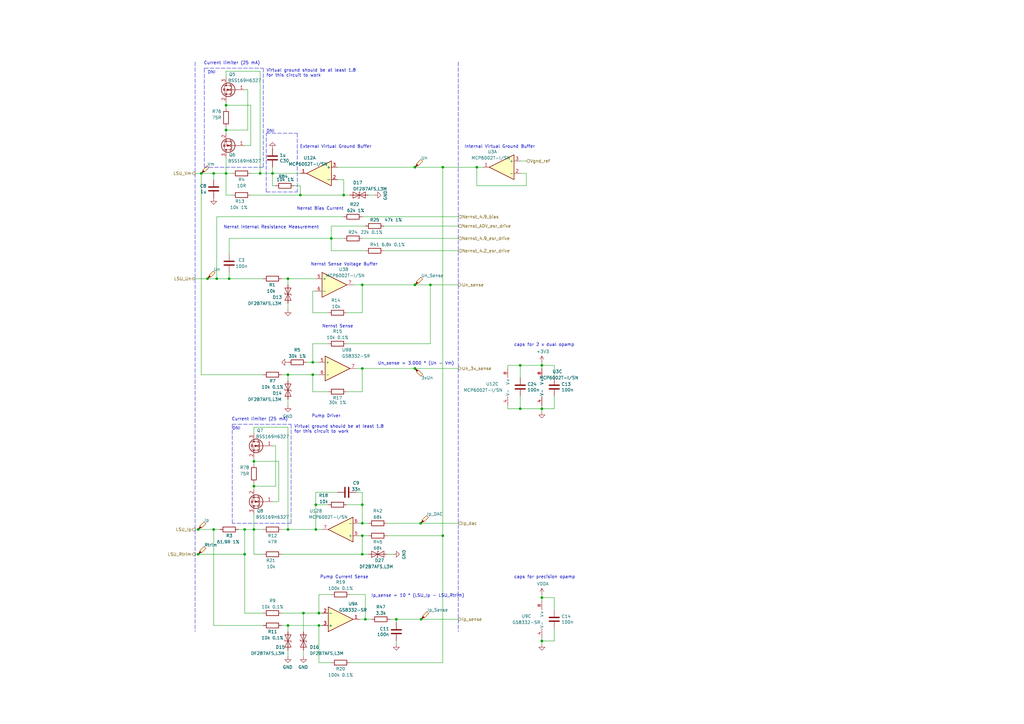
<source format=kicad_sch>
(kicad_sch (version 20211123) (generator eeschema)
  (paper "A3")
  (lib_symbols
    (symbol "Amplifier_Operational:MCP6002-xMS" (pin_names (offset 0.127))
      (property "Reference" "U" (at 0 5.08 0))
      (property "Value" "MCP6002-xMS" (at 0 -5.08 0))
      (symbol "MCP6002-xMS_1_1"
        (polyline (pts (xy -5.08 5.08) (xy 5.08 0) (xy -5.08 -5.08) (xy -5.08 5.08)) (stroke (width 0.254)) (fill (type background)))
        (pin output line (at 7.62 0 180) (length 2.54) (name "~") (number "1"))
        (pin input line (at -7.62 -2.54 0) (length 2.54) (name "-") (number "2"))
        (pin input line (at -7.62 2.54 0) (length 2.54) (name "+") (number "3"))
      )
      (symbol "MCP6002-xMS_2_1"
        (polyline (pts (xy -5.08 5.08) (xy 5.08 0) (xy -5.08 -5.08) (xy -5.08 5.08)) (stroke (width 0.254)) (fill (type background)))
        (pin input line (at -7.62 2.54 0) (length 2.54) (name "+") (number "5"))
        (pin input line (at -7.62 -2.54 0) (length 2.54) (name "-") (number "6"))
        (pin output line (at 7.62 0 180) (length 2.54) (name "~") (number "7"))
      )
      (symbol "MCP6002-xMS_3_1"
        (pin power_in line (at -2.54 -7.62 90) (length 3.81) (name "V-") (number "4"))
        (pin power_in line (at -2.54 7.62 270) (length 3.81) (name "V+") (number "8"))
      )
    )
    (symbol "Amplifier_Operational:TL072" (pin_names (offset 0.127))
      (property "Reference" "U" (at 0 5.08 0))
      (property "Value" "TL072" (at 0 -5.08 0))
      (symbol "TL072_1_1"
        (polyline (pts (xy -5.08 5.08) (xy 5.08 0) (xy -5.08 -5.08) (xy -5.08 5.08)) (stroke (width 0.254)) (fill (type background)))
        (pin output line (at 7.62 0 180) (length 2.54) (name "~") (number "1"))
        (pin input line (at -7.62 -2.54 0) (length 2.54) (name "-") (number "2"))
        (pin input line (at -7.62 2.54 0) (length 2.54) (name "+") (number "3"))
      )
      (symbol "TL072_2_1"
        (polyline (pts (xy -5.08 5.08) (xy 5.08 0) (xy -5.08 -5.08) (xy -5.08 5.08)) (stroke (width 0.254)) (fill (type background)))
        (pin input line (at -7.62 2.54 0) (length 2.54) (name "+") (number "5"))
        (pin input line (at -7.62 -2.54 0) (length 2.54) (name "-") (number "6"))
        (pin output line (at 7.62 0 180) (length 2.54) (name "~") (number "7"))
      )
      (symbol "TL072_3_1"
        (pin power_in line (at -2.54 -7.62 90) (length 3.81) (name "V-") (number "4"))
        (pin power_in line (at -2.54 7.62 270) (length 3.81) (name "V+") (number "8"))
      )
    )
    (symbol "Connector:TestPoint_Probe" (pin_numbers hide) (pin_names (offset 0.762) hide)
      (property "Reference" "TP" (at 1.651 5.842 0))
      (property "Value" "TestPoint_Probe" (at 1.651 4.064 0))
      (symbol "TestPoint_Probe_0_1"
        (polyline (pts (xy 1.27 0.762) (xy 0 0) (xy 0.762 1.27) (xy 1.27 0.762)) (fill (type outline)))
        (polyline (pts (xy 1.397 0.635) (xy 0.635 1.397) (xy 2.413 3.175) (xy 3.175 2.413) (xy 1.397 0.635)) (fill (type background)))
      )
      (symbol "TestPoint_Probe_1_1"
        (pin passive line (at 0 0 90) (length 0) (name "1") (number "1"))
      )
    )
    (symbol "Device:C" (pin_numbers hide) (pin_names (offset 0.254))
      (property "Reference" "C" (at 0.635 2.54 0))
      (property "Value" "C" (at 0.635 -2.54 0))
      (symbol "C_0_1"
        (polyline (pts (xy -2.032 -0.762) (xy 2.032 -0.762)) (stroke (width 0.508)))
        (polyline (pts (xy -2.032 0.762) (xy 2.032 0.762)) (stroke (width 0.508)))
      )
      (symbol "C_1_1"
        (pin passive line (at 0 3.81 270) (length 2.794) (name "~") (number "1"))
        (pin passive line (at 0 -3.81 90) (length 2.794) (name "~") (number "2"))
      )
    )
    (symbol "Device:R" (pin_numbers hide) (pin_names (offset 0))
      (property "Reference" "R" (at 2.032 0 90))
      (property "Value" "R" (at 0 0 90))
      (symbol "R_0_1"
        (rectangle (start -1.016 -2.54) (end 1.016 2.54) (stroke (width 0.254)))
      )
      (symbol "R_1_1"
        (pin passive line (at 0 3.81 270) (length 1.27) (name "~") (number "1"))
        (pin passive line (at 0 -3.81 90) (length 1.27) (name "~") (number "2"))
      )
    )
    (symbol "Diode:ESD9B5.0ST5G" (pin_numbers hide) (pin_names (offset 1.016) hide)
      (property "Reference" "D" (at 0 2.54 0))
      (property "Value" "ESD9B5.0ST5G" (at 0 -2.54 0))
      (symbol "ESD9B5.0ST5G_0_1"
        (polyline (pts (xy 1.27 0) (xy -1.27 0)))
        (polyline (pts (xy -2.54 -1.27) (xy 0 0) (xy -2.54 1.27) (xy -2.54 -1.27)) (stroke (width 0.2032)))
        (polyline (pts (xy 0.508 1.27) (xy 0 1.27) (xy 0 -1.27) (xy -0.508 -1.27)) (stroke (width 0.2032)))
        (polyline (pts (xy 2.54 1.27) (xy 2.54 -1.27) (xy 0 0) (xy 2.54 1.27)) (stroke (width 0.2032)))
      )
      (symbol "ESD9B5.0ST5G_1_1"
        (pin passive line (at -3.81 0 0) (length 2.54) (name "A1") (number "1"))
        (pin passive line (at 3.81 0 180) (length 2.54) (name "A2") (number "2"))
      )
    )
    (symbol "GND_1" (power) (pin_numbers hide) (pin_names (offset 0) hide)
      (property "Value" "GND_1" (at 0 -3.81 0))
      (symbol "GND_1_0_1"
        (polyline (pts (xy 0 0) (xy 0 -1.27) (xy 1.27 -1.27) (xy 0 -2.54) (xy -1.27 -1.27) (xy 0 -1.27)))
      )
      (symbol "GND_1_1_1"
        (pin power_in line (at 0 0 270) (length 0) hide (name "GND") (number "1"))
      )
    )
    (symbol "GND_2" (power) (pin_numbers hide) (pin_names (offset 0) hide)
      (property "Value" "GND_2" (at 0 -3.81 0))
      (symbol "GND_2_0_1"
        (polyline (pts (xy 0 0) (xy 0 -1.27) (xy 1.27 -1.27) (xy 0 -2.54) (xy -1.27 -1.27) (xy 0 -1.27)))
      )
      (symbol "GND_2_1_1"
        (pin power_in line (at 0 0 270) (length 0) hide (name "GND") (number "1"))
      )
    )
    (symbol "GND_3" (power) (pin_numbers hide) (pin_names (offset 0) hide)
      (property "Value" "GND_3" (at 0 -3.81 0))
      (symbol "GND_3_0_1"
        (polyline (pts (xy 0 0) (xy 0 -1.27) (xy 1.27 -1.27) (xy 0 -2.54) (xy -1.27 -1.27) (xy 0 -1.27)))
      )
      (symbol "GND_3_1_1"
        (pin power_in line (at 0 0 270) (length 0) hide (name "GND") (number "1"))
      )
    )
    (symbol "GND_4" (power) (pin_numbers hide) (pin_names (offset 0) hide)
      (property "Value" "GND_4" (at 0 -3.81 0))
      (symbol "GND_4_0_1"
        (polyline (pts (xy 0 0) (xy 0 -1.27) (xy 1.27 -1.27) (xy 0 -2.54) (xy -1.27 -1.27) (xy 0 -1.27)))
      )
      (symbol "GND_4_1_1"
        (pin power_in line (at 0 0 270) (length 0) hide (name "GND") (number "1"))
      )
    )
    (symbol "GND_5" (power) (pin_numbers hide) (pin_names (offset 0) hide)
      (property "Value" "GND_5" (at 0 -3.81 0))
      (symbol "GND_5_0_1"
        (polyline (pts (xy 0 0) (xy 0 -1.27) (xy 1.27 -1.27) (xy 0 -2.54) (xy -1.27 -1.27) (xy 0 -1.27)))
      )
      (symbol "GND_5_1_1"
        (pin power_in line (at 0 0 270) (length 0) hide (name "GND") (number "1"))
      )
    )
    (symbol "GND_6" (power) (pin_numbers hide) (pin_names (offset 0) hide)
      (property "Value" "GND_6" (at 0 -3.81 0))
      (symbol "GND_6_0_1"
        (polyline (pts (xy 0 0) (xy 0 -1.27) (xy 1.27 -1.27) (xy 0 -2.54) (xy -1.27 -1.27) (xy 0 -1.27)))
      )
      (symbol "GND_6_1_1"
        (pin power_in line (at 0 0 270) (length 0) hide (name "GND") (number "1"))
      )
    )
    (symbol "Transistor_FET:BSS123" (pin_names hide)
      (property "Reference" "Q" (at 5.08 1.905 0))
      (property "Value" "BSS123" (at 5.08 0 0))
      (symbol "BSS123_0_1"
        (polyline (pts (xy 0.254 0) (xy -2.54 0)))
        (polyline (pts (xy 0.254 1.905) (xy 0.254 -1.905)) (stroke (width 0.254)))
        (polyline (pts (xy 0.762 -1.27) (xy 0.762 -2.286)) (stroke (width 0.254)))
        (polyline (pts (xy 0.762 0.508) (xy 0.762 -0.508)) (stroke (width 0.254)))
        (polyline (pts (xy 0.762 2.286) (xy 0.762 1.27)) (stroke (width 0.254)))
        (polyline (pts (xy 2.54 2.54) (xy 2.54 1.778)))
        (polyline (pts (xy 2.54 -2.54) (xy 2.54 0) (xy 0.762 0)))
        (polyline (pts (xy 0.762 -1.778) (xy 3.302 -1.778) (xy 3.302 1.778) (xy 0.762 1.778)))
        (polyline (pts (xy 1.016 0) (xy 2.032 0.381) (xy 2.032 -0.381) (xy 1.016 0)) (fill (type outline)))
        (polyline (pts (xy 2.794 0.508) (xy 2.921 0.381) (xy 3.683 0.381) (xy 3.81 0.254)))
        (polyline (pts (xy 3.302 0.381) (xy 2.921 -0.254) (xy 3.683 -0.254) (xy 3.302 0.381)))
        (circle (center 1.651 0) (radius 2.794) (stroke (width 0.254)))
        (circle (center 2.54 -1.778) (radius 0.254) (fill (type outline)))
        (circle (center 2.54 1.778) (radius 0.254) (fill (type outline)))
      )
      (symbol "BSS123_1_1"
        (pin input line (at -5.08 0 0) (length 2.54) (name "G") (number "1"))
        (pin passive line (at 2.54 -5.08 90) (length 2.54) (name "S") (number "2"))
        (pin passive line (at 2.54 5.08 270) (length 2.54) (name "D") (number "3"))
      )
    )
    (symbol "power:+3.3V" (power) (pin_numbers hide) (pin_names (offset 0) hide)
      (property "Value" "+3.3V" (at 0 3.556 0))
      (symbol "+3.3V_0_1"
        (polyline (pts (xy -0.762 1.27) (xy 0 2.54)))
        (polyline (pts (xy 0 0) (xy 0 2.54)))
        (polyline (pts (xy 0 2.54) (xy 0.762 1.27)))
      )
      (symbol "+3.3V_1_1"
        (pin power_in line (at 0 0 90) (length 0) hide (name "+3V3") (number "1"))
      )
    )
    (symbol "power:GND" (power) (pin_numbers hide) (pin_names (offset 0) hide)
      (property "Value" "GND" (at 0 -3.81 0))
      (symbol "GND_0_1"
        (polyline (pts (xy 0 0) (xy 0 -1.27) (xy 1.27 -1.27) (xy 0 -2.54) (xy -1.27 -1.27) (xy 0 -1.27)))
      )
      (symbol "GND_1_1"
        (pin power_in line (at 0 0 270) (length 0) hide (name "GND") (number "1"))
      )
    )
    (symbol "power:VDDA" (power) (pin_numbers hide) (pin_names (offset 0) hide)
      (property "Value" "VDDA" (at 0 3.81 0))
      (symbol "VDDA_0_1"
        (polyline (pts (xy -0.762 1.27) (xy 0 2.54)))
        (polyline (pts (xy 0 0) (xy 0 2.54)))
        (polyline (pts (xy 0 2.54) (xy 0.762 1.27)))
      )
      (symbol "VDDA_1_1"
        (pin power_in line (at 0 0 90) (length 0) hide (name "VDDA") (number "1"))
      )
    )
  )
  (junction (at 104.14 217.17))
  (junction (at 106.68 71.12))
  (junction (at 170.18 151.13))
  (junction (at 130.81 256.54))
  (junction (at 129.54 217.17))
  (junction (at 128.27 148.59))
  (junction (at 148.59 151.13))
  (junction (at 213.36 167.64))
  (junction (at 172.72 254))
  (junction (at 148.59 116.84))
  (junction (at 85.09 114.3))
  (junction (at 104.14 189.23))
  (junction (at 118.11 153.67))
  (junction (at 148.59 207.01))
  (junction (at 140.97 80.01))
  (junction (at 87.63 71.12))
  (junction (at 148.59 214.63))
  (junction (at 123.19 80.01))
  (junction (at 222.25 149.86))
  (junction (at 81.28 217.17))
  (junction (at 87.63 217.17))
  (junction (at 170.18 116.84))
  (junction (at 222.25 245.11))
  (junction (at 170.18 68.58))
  (junction (at 111.76 71.12))
  (junction (at 148.59 219.71))
  (junction (at 148.59 227.33))
  (junction (at 118.11 217.17))
  (junction (at 88.9 114.3))
  (junction (at 135.89 97.79))
  (junction (at 81.28 227.33))
  (junction (at 118.11 114.3))
  (junction (at 162.56 254))
  (junction (at 93.98 114.3))
  (junction (at 222.25 262.89))
  (junction (at 92.71 43.18))
  (junction (at 181.61 219.71))
  (junction (at 130.81 251.46))
  (junction (at 213.36 149.86))
  (junction (at 82.55 71.12))
  (junction (at 222.25 167.64))
  (junction (at 128.27 153.67))
  (junction (at 100.33 217.17))
  (junction (at 172.5164 214.63))
  (junction (at 149.86 254))
  (junction (at 92.71 53.34))
  (junction (at 124.46 251.46))
  (junction (at 195.58 68.58))
  (junction (at 129.54 207.01))
  (junction (at 104.14 199.39))
  (junction (at 181.61 68.58))
  (junction (at 92.71 71.12))
  (junction (at 118.11 256.54))
  (junction (at 176.53 116.84))
  (junction (at 100.33 227.33))
  (no_connect (at -57.15 238.76))
  (polyline (pts (xy 119.38 173.99) (xy 119.38 214.63)))
  (wire (pts (xy 88.9 114.3) (xy 93.98 114.3)))
  (polyline (pts (xy 109.22 78.74) (xy 109.22 54.61)))
  (wire (pts (xy 104.14 227.33) (xy 107.95 227.33)))
  (wire (pts (xy 128.27 119.38) (xy 129.54 119.38)))
  (wire (pts (xy 87.63 71.12) (xy 92.71 71.12)))
  (wire (pts (xy 100.33 59.69) (xy 102.87 59.69)))
  (wire (pts (xy 128.27 140.97) (xy 128.27 148.59)))
  (wire (pts (xy 87.63 256.54) (xy 107.95 256.54)))
  (wire (pts (xy 104.14 175.26) (xy 118.11 175.26)))
  (wire (pts (xy 87.63 217.17) (xy 87.63 256.54)))
  (wire (pts (xy 128.27 160.655) (xy 134.62 160.655)))
  (wire (pts (xy 124.46 251.46) (xy 124.46 259.08)))
  (wire (pts (xy 172.5164 214.63) (xy 158.75 214.63)))
  (polyline (pts (xy 83.82 68.58) (xy 83.82 27.94)))
  (polyline (pts (xy 119.38 214.63) (xy 95.25 214.63)))
  (wire (pts (xy 176.53 116.84) (xy 187.96 116.84)))
  (wire (pts (xy 118.11 153.67) (xy 118.11 156.21)))
  (wire (pts (xy 124.46 266.7) (xy 124.46 269.24)))
  (wire (pts (xy 170.18 151.13) (xy 148.59 151.13)))
  (wire (pts (xy 157.48 92.71) (xy 187.96 92.71)))
  (wire (pts (xy 187.96 97.79) (xy 148.59 97.79)))
  (wire (pts (xy 148.59 160.655) (xy 148.59 151.13)))
  (wire (pts (xy 92.71 31.75) (xy 92.71 29.21)))
  (wire (pts (xy 148.59 151.13) (xy 146.05 151.13)))
  (wire (pts (xy 140.97 80.01) (xy 123.19 80.01)))
  (wire (pts (xy 115.57 217.17) (xy 118.11 217.17)))
  (wire (pts (xy 81.28 217.17) (xy 87.63 217.17)))
  (wire (pts (xy 130.81 251.46) (xy 132.08 251.46)))
  (wire (pts (xy 128.27 153.67) (xy 128.27 160.655)))
  (wire (pts (xy 118.11 114.3) (xy 118.11 116.84)))
  (wire (pts (xy 92.71 53.34) (xy 92.71 52.07)))
  (wire (pts (xy 140.97 80.01) (xy 143.51 80.01)))
  (wire (pts (xy 148.59 214.63) (xy 151.13 214.63)))
  (wire (pts (xy 149.86 243.84) (xy 149.86 254)))
  (wire (pts (xy 222.25 262.89) (xy 222.25 261.62)))
  (wire (pts (xy 162.56 262.89) (xy 162.56 264.16)))
  (wire (pts (xy 92.71 80.01) (xy 92.71 71.12)))
  (wire (pts (xy 111.76 71.12) (xy 123.19 71.12)))
  (wire (pts (xy 143.51 271.78) (xy 181.61 271.78)))
  (wire (pts (xy 227.33 149.86) (xy 227.33 154.94)))
  (wire (pts (xy 227.33 245.11) (xy 227.33 250.19)))
  (wire (pts (xy 92.71 29.21) (xy 106.68 29.21)))
  (wire (pts (xy 118.11 114.3) (xy 129.54 114.3)))
  (wire (pts (xy 135.89 92.71) (xy 149.86 92.71)))
  (wire (pts (xy 118.11 266.7) (xy 118.11 269.24)))
  (wire (pts (xy 176.53 140.97) (xy 176.53 116.84)))
  (wire (pts (xy 148.59 207.01) (xy 148.59 214.63)))
  (wire (pts (xy 88.9 88.9) (xy 88.9 114.3)))
  (wire (pts (xy 92.71 44.45) (xy 92.71 43.18)))
  (wire (pts (xy 80.01 114.3) (xy 85.09 114.3)))
  (wire (pts (xy 130.81 243.84) (xy 130.81 251.46)))
  (wire (pts (xy 128.27 148.59) (xy 130.81 148.59)))
  (wire (pts (xy 118.11 153.67) (xy 115.57 153.67)))
  (wire (pts (xy 222.25 148.59) (xy 222.25 149.86)))
  (wire (pts (xy 215.9 71.12) (xy 215.9 76.2)))
  (wire (pts (xy 93.98 114.3) (xy 93.98 111.76)))
  (wire (pts (xy 222.25 149.86) (xy 227.33 149.86)))
  (wire (pts (xy 118.11 256.54) (xy 130.81 256.54)))
  (wire (pts (xy 170.18 68.58) (xy 181.61 68.58)))
  (wire (pts (xy 208.28 151.13) (xy 208.28 149.86)))
  (wire (pts (xy 227.33 167.64) (xy 227.33 162.56)))
  (wire (pts (xy 106.68 29.21) (xy 106.68 71.12)))
  (wire (pts (xy 92.71 80.01) (xy 95.25 80.01)))
  (wire (pts (xy 114.3 189.23) (xy 104.14 189.23)))
  (wire (pts (xy 130.81 153.67) (xy 128.27 153.67)))
  (wire (pts (xy 130.81 256.54) (xy 132.08 256.54)))
  (wire (pts (xy 172.72 254) (xy 162.56 254)))
  (wire (pts (xy 111.76 71.12) (xy 111.76 76.2)))
  (wire (pts (xy 222.25 264.16) (xy 222.25 262.89)))
  (wire (pts (xy 111.76 68.58) (xy 111.76 71.12)))
  (wire (pts (xy 157.48 102.87) (xy 187.96 102.87)))
  (wire (pts (xy 93.98 97.79) (xy 135.89 97.79)))
  (wire (pts (xy 135.89 243.84) (xy 130.81 243.84)))
  (wire (pts (xy 222.25 243.84) (xy 222.25 245.11)))
  (wire (pts (xy 100.33 36.83) (xy 101.6 36.83)))
  (wire (pts (xy 92.71 64.77) (xy 92.71 71.12)))
  (wire (pts (xy 148.59 227.33) (xy 148.59 219.71)))
  (wire (pts (xy 142.24 160.655) (xy 148.59 160.655)))
  (wire (pts (xy 213.36 66.04) (xy 215.9 66.04)))
  (wire (pts (xy 93.98 104.14) (xy 93.98 97.79)))
  (wire (pts (xy 135.89 102.87) (xy 135.89 97.79)))
  (wire (pts (xy 149.86 254) (xy 147.32 254)))
  (wire (pts (xy 149.86 102.87) (xy 135.89 102.87)))
  (wire (pts (xy 123.19 80.01) (xy 102.87 80.01)))
  (wire (pts (xy 222.25 149.86) (xy 222.25 151.13)))
  (wire (pts (xy 104.14 217.17) (xy 107.95 217.17)))
  (wire (pts (xy 115.57 114.3) (xy 118.11 114.3)))
  (polyline (pts (xy 95.25 214.63) (xy 95.25 173.99)))
  (wire (pts (xy 222.25 168.91) (xy 222.25 167.64)))
  (wire (pts (xy 222.25 167.64) (xy 222.25 166.37)))
  (wire (pts (xy 118.11 163.83) (xy 118.11 166.37)))
  (wire (pts (xy 208.28 166.37) (xy 208.28 167.64)))
  (wire (pts (xy 88.9 114.3) (xy 85.09 114.3)))
  (wire (pts (xy 123.19 76.2) (xy 123.19 80.01)))
  (wire (pts (xy 148.59 116.84) (xy 148.59 128.27)))
  (polyline (pts (xy 109.22 54.61) (xy 121.92 54.61)))
  (wire (pts (xy 213.36 71.12) (xy 215.9 71.12)))
  (wire (pts (xy 82.55 71.12) (xy 87.63 71.12)))
  (wire (pts (xy 115.57 256.54) (xy 118.11 256.54)))
  (wire (pts (xy 104.14 190.5) (xy 104.14 189.23)))
  (wire (pts (xy 115.57 251.46) (xy 124.46 251.46)))
  (wire (pts (xy 82.55 71.12) (xy 82.55 153.67)))
  (wire (pts (xy 128.27 153.67) (xy 118.11 153.67)))
  (wire (pts (xy 100.33 217.17) (xy 100.33 227.33)))
  (wire (pts (xy 142.24 207.01) (xy 148.59 207.01)))
  (wire (pts (xy 148.59 219.71) (xy 147.32 219.71)))
  (wire (pts (xy 80.01 227.33) (xy 81.28 227.33)))
  (wire (pts (xy 148.59 201.93) (xy 148.59 207.01)))
  (wire (pts (xy 208.28 149.86) (xy 213.36 149.86)))
  (wire (pts (xy 128.27 128.27) (xy 128.27 119.38)))
  (wire (pts (xy 115.57 227.33) (xy 148.59 227.33)))
  (wire (pts (xy 118.11 124.46) (xy 118.11 127)))
  (wire (pts (xy 148.59 227.33) (xy 151.13 227.33)))
  (wire (pts (xy 148.59 128.27) (xy 142.24 128.27)))
  (wire (pts (xy 111.76 76.2) (xy 113.03 76.2)))
  (wire (pts (xy 104.14 199.39) (xy 104.14 198.12)))
  (wire (pts (xy 118.11 256.54) (xy 118.11 259.08)))
  (wire (pts (xy 149.86 254) (xy 152.4 254)))
  (wire (pts (xy 129.54 207.01) (xy 134.62 207.01)))
  (wire (pts (xy 101.6 53.34) (xy 92.71 53.34)))
  (wire (pts (xy 104.14 200.66) (xy 104.14 199.39)))
  (wire (pts (xy 213.36 154.94) (xy 213.36 149.86)))
  (wire (pts (xy 181.61 219.71) (xy 181.61 68.58)))
  (wire (pts (xy 129.54 207.01) (xy 129.54 217.17)))
  (wire (pts (xy 101.6 36.83) (xy 101.6 53.34)))
  (wire (pts (xy 148.59 116.84) (xy 170.18 116.84)))
  (wire (pts (xy 104.14 189.23) (xy 104.14 187.96)))
  (wire (pts (xy 198.12 68.58) (xy 195.58 68.58)))
  (wire (pts (xy 138.43 201.93) (xy 129.54 201.93)))
  (wire (pts (xy 170.18 116.84) (xy 176.53 116.84)))
  (wire (pts (xy 134.62 140.97) (xy 128.27 140.97)))
  (wire (pts (xy 138.43 68.58) (xy 170.18 68.58)))
  (wire (pts (xy 195.58 76.2) (xy 195.58 68.58)))
  (wire (pts (xy 134.62 128.27) (xy 128.27 128.27)))
  (wire (pts (xy 213.36 149.86) (xy 222.25 149.86)))
  (wire (pts (xy 148.59 219.71) (xy 151.13 219.71)))
  (wire (pts (xy 93.98 114.3) (xy 107.95 114.3)))
  (polyline (pts (xy 109.22 78.74) (xy 121.92 78.74)))
  (wire (pts (xy 92.71 54.61) (xy 92.71 53.34)))
  (wire (pts (xy 92.71 71.12) (xy 95.25 71.12)))
  (wire (pts (xy 102.87 43.18) (xy 92.71 43.18)))
  (wire (pts (xy 102.87 71.12) (xy 106.68 71.12)))
  (wire (pts (xy 120.65 76.2) (xy 123.19 76.2)))
  (wire (pts (xy 135.89 97.79) (xy 135.89 92.71)))
  (wire (pts (xy 128.27 148.59) (xy 125.73 148.59)))
  (polyline (pts (xy 80.01 25.4) (xy 80.01 259.08)))
  (wire (pts (xy 176.53 140.97) (xy 142.24 140.97)))
  (wire (pts (xy 148.59 88.9) (xy 187.96 88.9)))
  (wire (pts (xy 113.03 199.39) (xy 104.14 199.39)))
  (wire (pts (xy 222.25 167.64) (xy 213.36 167.64)))
  (wire (pts (xy 158.75 227.33) (xy 161.29 227.33)))
  (wire (pts (xy 113.03 182.88) (xy 113.03 199.39)))
  (wire (pts (xy 106.68 71.12) (xy 111.76 71.12)))
  (wire (pts (xy 88.9 88.9) (xy 140.97 88.9)))
  (wire (pts (xy 208.28 167.64) (xy 213.36 167.64)))
  (wire (pts (xy 92.71 43.18) (xy 92.71 41.91)))
  (wire (pts (xy 118.11 217.17) (xy 129.54 217.17)))
  (wire (pts (xy 227.33 262.89) (xy 227.33 257.81)))
  (wire (pts (xy 111.76 205.74) (xy 114.3 205.74)))
  (wire (pts (xy 82.55 153.67) (xy 107.95 153.67)))
  (polyline (pts (xy 121.92 54.61) (xy 121.92 78.74)))
  (polyline (pts (xy 107.95 68.58) (xy 83.82 68.58)))
  (wire (pts (xy 111.76 182.88) (xy 113.03 182.88)))
  (wire (pts (xy 162.56 254) (xy 162.56 255.27)))
  (wire (pts (xy 222.25 262.89) (xy 227.33 262.89)))
  (wire (pts (xy 102.87 59.69) (xy 102.87 43.18)))
  (wire (pts (xy 146.05 201.93) (xy 148.59 201.93)))
  (wire (pts (xy 147.32 214.63) (xy 148.59 214.63)))
  (wire (pts (xy 222.25 245.11) (xy 222.25 246.38)))
  (wire (pts (xy 129.54 217.17) (xy 132.08 217.17)))
  (polyline (pts (xy 107.95 27.94) (xy 107.95 68.58)))
  (wire (pts (xy 97.79 217.17) (xy 100.33 217.17)))
  (wire (pts (xy 158.75 219.71) (xy 181.61 219.71)))
  (wire (pts (xy 213.36 167.64) (xy 213.36 162.56)))
  (polyline (pts (xy 187.96 25.4) (xy 187.96 259.08)))
  (wire (pts (xy 124.46 251.46) (xy 130.81 251.46)))
  (wire (pts (xy 187.96 214.63) (xy 172.5164 214.63)))
  (wire (pts (xy 135.89 271.78) (xy 130.81 271.78)))
  (wire (pts (xy 81.28 227.33) (xy 100.33 227.33)))
  (wire (pts (xy 100.33 251.46) (xy 107.95 251.46)))
  (wire (pts (xy 148.59 116.84) (xy 144.78 116.84)))
  (wire (pts (xy 104.14 177.8) (xy 104.14 175.26)))
  (wire (pts (xy 140.97 73.66) (xy 140.97 80.01)))
  (wire (pts (xy 181.61 68.58) (xy 195.58 68.58)))
  (wire (pts (xy 215.9 76.2) (xy 195.58 76.2)))
  (wire (pts (xy 151.13 80.01) (xy 153.67 80.01)))
  (wire (pts (xy 104.14 217.17) (xy 104.14 227.33)))
  (wire (pts (xy 114.3 205.74) (xy 114.3 189.23)))
  (wire (pts (xy 222.25 245.11) (xy 227.33 245.11)))
  (wire (pts (xy 143.51 243.84) (xy 149.86 243.84)))
  (wire (pts (xy 130.81 256.54) (xy 130.81 271.78)))
  (polyline (pts (xy 95.25 173.99) (xy 119.38 173.99)))
  (wire (pts (xy 87.63 71.12) (xy 87.63 73.66)))
  (wire (pts (xy 181.61 271.78) (xy 181.61 219.71)))
  (polyline (pts (xy 83.82 27.94) (xy 107.95 27.94)))
  (wire (pts (xy 81.28 217.17) (xy 80.01 217.17)))
  (wire (pts (xy 170.18 151.13) (xy 187.96 151.13)))
  (wire (pts (xy 90.17 217.17) (xy 87.63 217.17)))
  (wire (pts (xy 100.33 217.17) (xy 104.14 217.17)))
  (wire (pts (xy 222.25 167.64) (xy 227.33 167.64)))
  (wire (pts (xy 135.89 97.79) (xy 140.97 97.79)))
  (wire (pts (xy 118.11 175.26) (xy 118.11 217.17)))
  (wire (pts (xy 129.54 201.93) (xy 129.54 207.01)))
  (wire (pts (xy 187.96 254) (xy 172.72 254)))
  (wire (pts (xy 80.01 71.12) (xy 82.55 71.12)))
  (wire (pts (xy 104.14 210.82) (xy 104.14 217.17)))
  (wire (pts (xy 138.43 73.66) (xy 140.97 73.66)))
  (wire (pts (xy 160.02 254) (xy 162.56 254)))
  (wire (pts (xy 100.33 227.33) (xy 100.33 251.46)))
  (text "Virtual ground should be at least 1.8\nfor this circuit to work" (at 120.65 177.8 0) (effects (font (size 1.27 1.27)) (justify left bottom)))
  (text "Nernst Sense Voltage Buffer" (at 154.94 109.22 180) (effects (font (size 1.27 1.27)) (justify right bottom)))
  (text "Current limiter (25 mA)" (at 106.68 26.67 180) (effects (font (size 1.27 1.27)) (justify right bottom)))
  (text "Ip_sense = 10 * (LSU_Ip - LSU_Rtrim)" (at 190.5 245.11 180) (effects (font (size 1.27 1.27)) (justify right bottom)))
  (text "caps for 2 x dual opamp" (at 210.82 142.24 0) (effects (font (size 1.27 1.27)) (justify left bottom)))
  (text "Nernst Sense" (at 132.08 134.62 0) (effects (font (size 1.27 1.27)) (justify left bottom)))
  (text "Current limiter (25 mA)" (at 118.11 172.72 180) (effects (font (size 1.27 1.27)) (justify right bottom)))
  (text "Nernst Bias Current" (at 140.97 86.36 180) (effects (font (size 1.27 1.27)) (justify right bottom)))
  (text "DNI" (at 109.22 54.61 0) (effects (font (size 1.27 1.27)) (justify left bottom)))
  (text "DNI" (at 95.25 176.53 0) (effects (font (size 1.27 1.27)) (justify left bottom)))
  (text "Pump Current Sense" (at 151.13 237.49 180) (effects (font (size 1.27 1.27)) (justify right bottom)))
  (text "External Virtual Ground Buffer" (at 152.4 60.96 180) (effects (font (size 1.27 1.27)) (justify right bottom)))
  (text "Internal Virtual Ground Buffer" (at 190.5 60.96 0) (effects (font (size 1.27 1.27)) (justify left bottom)))
  (text "Un_sense = 3.000 * (Un - Vm)" (at 154.94 149.86 0) (effects (font (size 1.27 1.27)) (justify left bottom)))
  (text "Pump Driver" (at 139.7 171.45 180) (effects (font (size 1.27 1.27)) (justify right bottom)))
  (text "Nernst Internal Resistance Measurement" (at 130.81 93.98 180) (effects (font (size 1.27 1.27)) (justify right bottom)))
  (text "DNI" (at 85.09 30.48 0) (effects (font (size 1.27 1.27)) (justify left bottom)))
  (text "caps for precision opamp" (at 210.82 237.49 0) (effects (font (size 1.27 1.27)) (justify left bottom)))
  (text "Virtual ground should be at least 1.8\nfor this circuit to work" (at 109.22 31.75 0) (effects (font (size 1.27 1.27)) (justify left bottom)))
  (hierarchical_label "LSU_Ip" (shape output) (at 80.01 217.17 180))
  (hierarchical_label "Un_sense" (shape output) (at 187.96 116.84 0))
  (hierarchical_label "Ip_sense" (shape output) (at 187.96 254 0))
  (hierarchical_label "Un_3x_sense" (shape output) (at 187.96 151.13 0))
  (hierarchical_label "Nernst_4.2_esr_drive" (shape input) (at 187.96 102.87 0))
  (hierarchical_label "Vgnd_ref" (shape input) (at 215.9 66.04 0))
  (hierarchical_label "Nernst_4.9_bias" (shape input) (at 187.96 88.9 0))
  (hierarchical_label "Ip_dac" (shape input) (at 187.96 214.63 0))
  (hierarchical_label "Nernst_4.9_esr_drive" (shape input) (at 187.96 97.79 0))
  (hierarchical_label "LSU_Un" (shape bidirectional) (at 80.01 114.3 180))
  (hierarchical_label "LSU_Vm" (shape output) (at 80.01 71.12 180))
  (hierarchical_label "LSU_Rtrim" (shape output) (at 80.01 227.33 180))
  (hierarchical_label "Nernst_ADV_esr_drive" (shape input) (at 187.96 92.71 0))
  (symbol (lib_id "Device:R") (at 138.43 128.27 90) (mirror x) (unit 1)
    (property "Reference" "R14" (at 139.7 123.19 90) (effects (justify left)))
    (property "Value" "10k" (at 139.7 125.73 90) (effects (justify left)))
    (property "Footprint" "Resistor_SMD:R_0402_1005Metric" (effects hide))
    (property "LCSC" "C25744" (effects hide))
  )
  (symbol (lib_name "GND_6") (lib_id "power:GND") (at 222.25 264.16 0) (unit 1)
    (property "Reference" "#PWR0104" (effects hide))
    (property "Value" "GND" (effects hide))
  )
  (symbol (lib_id "Diode:ESD9B5.0ST5G") (at 147.32 80.01 0) (unit 1)
    (property "Reference" "D17" (at 144.78 74.93 0) (effects (justify left)))
    (property "Value" "DF2B7AFS,L3M" (at 144.78 77.47 0) (effects (justify left)))
    (property "Footprint" "Diode_SMD:D_SOD-923" (effects hide))
    (property "LCSC" "C1972965" (effects hide))
  )
  (symbol (lib_id "Device:R") (at 153.67 92.71 90) (mirror x) (unit 1)
    (property "Reference" "R25" (at 153.67 90.17 90))
    (property "Value" "47k 1%" (at 161.29 90.17 90))
    (property "Footprint" "Resistor_SMD:R_0603_1608Metric" (effects hide))
    (property "LCSC" "C25819" (effects hide))
  )
  (symbol (lib_id "Device:R") (at 92.71 48.26 0) (mirror x) (unit 1) (in_bom no)
    (property "Reference" "R76" (at 88.9 45.72 0))
    (property "Value" "75R" (at 88.9 48.26 0))
    (property "Footprint" "Resistor_SMD:R_0603_1608Metric" (effects hide))
    (property "LCSC" "C101187" (effects hide))
  )
  (symbol (lib_name "GND_1") (lib_id "power:GND") (at 153.67 80.01 90) (mirror x) (unit 1)
    (property "Reference" "#PWR0195" (effects hide))
    (property "Value" "~" (at 158.0642 80.137 0))
  )
  (symbol (lib_id "Connector:TestPoint_Probe") (at 170.18 151.13 0) (mirror x) (unit 1) (in_bom no)
    (property "Reference" "TP5" (effects hide))
    (property "Value" "3xUn" (at 172.72 154.94 0) (effects (justify left)))
    (property "Footprint" "TestPoint:TestPoint_Pad_D1.0mm" (effects hide))
  )
  (symbol (lib_id "Device:R") (at 138.43 207.01 90) (mirror x) (unit 1)
    (property "Reference" "R18" (at 134.62 203.2 90) (effects (justify left)))
    (property "Value" "10k" (at 134.62 205.74 90) (effects (justify left)))
    (property "Footprint" "Resistor_SMD:R_0402_1005Metric" (effects hide))
    (property "LCSC" "C25744" (effects hide))
  )
  (symbol (lib_name "GND_1") (lib_id "power:GND") (at 124.46 269.24 0) (mirror y) (unit 1)
    (property "Reference" "#PWR0198" (effects hide))
    (property "Value" "~" (at 124.333 273.6342 0))
  )
  (symbol (lib_id "Device:R") (at 111.76 251.46 270) (unit 1)
    (property "Reference" "R9" (at 111.76 246.38 90))
    (property "Value" "10k 0.1%" (at 111.76 248.92 90))
    (property "Footprint" "Resistor_SMD:R_0603_1608Metric" (effects hide))
    (property "LCSC" "C309083" (effects hide))
  )
  (symbol (lib_id "Device:R") (at 138.43 160.655 90) (mirror x) (unit 1)
    (property "Reference" "R17" (at 138.43 163.195 90))
    (property "Value" "30k 1%" (at 138.43 165.1 90))
    (property "Footprint" "Resistor_SMD:R_0603_1608Metric" (effects hide))
    (property "LCSC" "C22984" (effects hide))
  )
  (symbol (lib_id "Transistor_FET:BSS123") (at 95.25 59.69 180) (unit 1) (in_bom no)
    (property "Reference" "Q6" (at 95.25 63.5 0))
    (property "Value" "BSS169H6327" (at 100.33 66.04 0))
    (property "Footprint" "Package_TO_SOT_SMD:SOT-23" (effects hide))
    (property "Datasheet" "http://www.diodes.com/assets/Datasheets/ds30366.pdf" (effects hide))
    (property "LCSC" "C83053" (effects hide))
  )
  (symbol (lib_id "Device:R") (at 99.06 71.12 90) (mirror x) (unit 1)
    (property "Reference" "R4" (at 99.06 73.66 90))
    (property "Value" "10R" (at 99.06 76.2 90))
    (property "Footprint" "Resistor_SMD:R_1206_3216Metric" (effects hide))
    (property "LCSC" "C17903" (effects hide))
  )
  (symbol (lib_id "Transistor_FET:BSS123") (at 95.25 36.83 0) (mirror y) (unit 1) (in_bom no)
    (property "Reference" "Q5" (at 95.25 30.48 0))
    (property "Value" "BSS169H6327" (at 100.33 33.02 0))
    (property "Footprint" "Package_TO_SOT_SMD:SOT-23" (effects hide))
    (property "Datasheet" "http://www.diodes.com/assets/Datasheets/ds30366.pdf" (effects hide))
    (property "LCSC" "C83053" (effects hide))
  )
  (symbol (lib_id "Amplifier_Operational:MCP6002-xMS") (at 205.74 68.58 0) (mirror y) (unit 1)
    (property "Reference" "U3" (at 201.93 62.23 0))
    (property "Value" "MCP6002T-I/SN" (at 201.295 64.77 0))
    (property "Footprint" "Package_SO:SOIC-8_3.9x4.9mm_P1.27mm" (effects hide))
    (property "Datasheet" "http://ww1.microchip.com/downloads/en/DeviceDoc/21733j.pdf" (effects hide))
    (property "LCSC" "C50282" (effects hide))
  )
  (symbol (lib_name "GND_1") (lib_id "power:GND") (at 118.11 127 0) (mirror y) (unit 1)
    (property "Reference" "#PWR0196" (effects hide))
    (property "Value" "GND" (effects hide))
  )
  (symbol (lib_id "Device:R") (at 121.92 148.59 90) (mirror x) (unit 1)
    (property "Reference" "R5" (at 121.92 143.51 90))
    (property "Value" "30k 1%" (at 121.92 146.05 90))
    (property "Footprint" "Resistor_SMD:R_0603_1608Metric" (effects hide))
    (property "LCSC" "C22984" (effects hide))
  )
  (symbol (lib_id "Device:R") (at 154.94 214.63 270) (mirror x) (unit 1)
    (property "Reference" "R42" (at 154.94 209.55 90))
    (property "Value" "68k" (at 154.94 212.09 90))
    (property "Footprint" "Resistor_SMD:R_0402_1005Metric" (effects hide))
    (property "LCSC" "C36871" (effects hide))
  )
  (symbol (lib_id "Diode:ESD9B5.0ST5G") (at 124.46 262.89 270) (unit 1)
    (property "Reference" "D16" (at 127 265.43 90) (effects (justify left)))
    (property "Value" "DF2B7AFS,L3M" (at 127 267.97 90) (effects (justify left)))
    (property "Footprint" "Diode_SMD:D_SOD-923" (effects hide))
    (property "LCSC" "C1972965" (effects hide))
  )
  (symbol (lib_id "Diode:ESD9B5.0ST5G") (at 118.11 160.02 270) (unit 1)
    (property "Reference" "D14" (at 111.76 161.29 90) (effects (justify left)))
    (property "Value" "DF2B7AFS,L3M" (at 101.6 163.83 90) (effects (justify left)))
    (property "Footprint" "Diode_SMD:D_SOD-923" (effects hide))
    (property "LCSC" "C1972965" (effects hide))
  )
  (symbol (lib_id "Device:R") (at 138.43 140.97 90) (mirror x) (unit 1)
    (property "Reference" "R15" (at 138.43 135.89 90))
    (property "Value" "10k 0.1%" (at 138.43 138.43 90))
    (property "Footprint" "Resistor_SMD:R_0603_1608Metric" (effects hide))
    (property "LCSC" "C309083" (effects hide))
  )
  (symbol (lib_name "GND_5") (lib_id "power:GND") (at 162.56 264.16 0) (mirror y) (unit 1)
    (property "Reference" "#PWR0125" (effects hide))
    (property "Value" "GND" (effects hide))
  )
  (symbol (lib_id "Diode:ESD9B5.0ST5G") (at 118.11 262.89 270) (unit 1)
    (property "Reference" "D15" (at 113.03 265.43 90) (effects (justify left)))
    (property "Value" "DF2B7AFS,L3M" (at 102.87 267.97 90) (effects (justify left)))
    (property "Footprint" "Diode_SMD:D_SOD-923" (effects hide))
    (property "LCSC" "C1972965" (effects hide))
  )
  (symbol (lib_id "Transistor_FET:BSS123") (at 106.68 205.74 180) (unit 1) (in_bom no)
    (property "Reference" "Q8" (at 106.68 209.55 0))
    (property "Value" "BSS169H6327" (at 111.76 212.09 0))
    (property "Footprint" "Package_TO_SOT_SMD:SOT-23" (effects hide))
    (property "Datasheet" "http://www.diodes.com/assets/Datasheets/ds30366.pdf" (effects hide))
    (property "LCSC" "C83053" (effects hide))
  )
  (symbol (lib_id "Device:R") (at 153.67 102.87 90) (mirror x) (unit 1)
    (property "Reference" "R41" (at 153.67 100.33 90))
    (property "Value" "6.8k 0.1%" (at 161.29 100.33 90))
    (property "Footprint" "Resistor_SMD:R_0603_1608Metric" (effects hide))
    (property "LCSC" "C705876" (effects hide))
  )
  (symbol (lib_id "power:GND") (at 222.25 168.91 0) (unit 1)
    (property "Reference" "#PWR0121" (effects hide))
    (property "Value" "GND" (effects hide))
  )
  (symbol (lib_name "GND_1") (lib_id "power:GND") (at 161.29 227.33 90) (mirror x) (unit 1)
    (property "Reference" "#PWR0208" (effects hide))
    (property "Value" "~" (at 165.6842 227.457 0))
  )
  (symbol (lib_id "Device:R") (at 116.84 76.2 90) (mirror x) (unit 1) (in_bom no)
    (property "Reference" "R84" (at 118.11 72.39 90) (effects (justify left)))
    (property "Value" "10k 1%" (at 120.65 73.66 90) (effects (justify left)))
    (property "Footprint" "Resistor_SMD:R_0402_1005Metric" (effects hide))
    (property "LCSC" "C25744" (effects hide))
  )
  (symbol (lib_id "Device:C") (at 213.36 158.75 0) (unit 1)
    (property "Reference" "C24" (at 216.281 157.5816 0) (effects (justify left)))
    (property "Value" "100n" (at 216.281 159.893 0) (effects (justify left)))
    (property "Footprint" "Capacitor_SMD:C_0402_1005Metric" (effects hide))
    (property "LCSC" "C1525" (effects hide))
  )
  (symbol (lib_id "Connector:TestPoint_Probe") (at 170.18 116.84 0) (unit 1) (in_bom no)
    (property "Reference" "TP3" (effects hide))
    (property "Value" "Un_Sense" (at 172.72 113.03 0) (effects (justify left)))
    (property "Footprint" "TestPoint:TestPoint_Pad_D1.0mm" (effects hide))
  )
  (symbol (lib_id "Amplifier_Operational:MCP6002-xMS") (at 130.81 71.12 0) (mirror y) (unit 1)
    (property "Reference" "U12" (at 127 64.77 0))
    (property "Value" "MCP6002T-I/SN" (at 126.365 67.31 0))
    (property "Footprint" "Package_SO:SOIC-8_3.9x4.9mm_P1.27mm" (effects hide))
    (property "Datasheet" "http://ww1.microchip.com/downloads/en/DeviceDoc/21733j.pdf" (effects hide))
    (property "LCSC" "C50282" (effects hide))
  )
  (symbol (lib_id "Device:C") (at 227.33 254 0) (unit 1)
    (property "Reference" "C14" (at 230.251 252.8316 0) (effects (justify left)))
    (property "Value" "100n" (at 230.251 255.143 0) (effects (justify left)))
    (property "Footprint" "Capacitor_SMD:C_0402_1005Metric" (effects hide))
    (property "LCSC" "C1525" (effects hide))
  )
  (symbol (lib_id "Connector:TestPoint_Probe") (at 81.28 217.17 0) (unit 1) (in_bom no)
    (property "Reference" "TP10" (effects hide))
    (property "Value" "Ip" (at 83.82 213.36 0) (effects (justify left)))
    (property "Footprint" "TestPoint:TestPoint_Pad_D1.0mm" (effects hide))
  )
  (symbol (lib_id "Device:C") (at 111.76 64.77 0) (mirror x) (unit 1) (in_bom no)
    (property "Reference" "C30" (at 114.681 65.9384 0) (effects (justify left)))
    (property "Value" "1u" (at 114.681 63.627 0) (effects (justify left)))
    (property "Footprint" "Capacitor_SMD:C_0402_1005Metric" (effects hide))
    (property "LCSC" "C52923" (effects hide))
  )
  (symbol (lib_id "Device:R") (at 139.7 243.84 270) (unit 1)
    (property "Reference" "R19" (at 139.7 238.76 90))
    (property "Value" "100k 0.1%" (at 139.7 241.3 90))
    (property "Footprint" "Resistor_SMD:R_0603_1608Metric" (effects hide))
    (property "LCSC" "C122538" (effects hide))
  )
  (symbol (lib_name "GND_2") (lib_id "power:GND") (at 87.63 81.28 0) (mirror y) (unit 1)
    (property "Reference" "#PWR0126" (effects hide))
    (property "Value" "GND" (effects hide))
  )
  (symbol (lib_id "Device:R") (at 111.76 153.67 270) (mirror x) (unit 1)
    (property "Reference" "R7" (at 111.76 156.21 90))
    (property "Value" "10k 0.1%" (at 111.76 158.75 90))
    (property "Footprint" "Resistor_SMD:R_0603_1608Metric" (effects hide))
    (property "LCSC" "C309083" (effects hide))
  )
  (symbol (lib_name "GND_3") (lib_id "power:GND") (at 111.76 60.96 0) (mirror x) (unit 1)
    (property "Reference" "#PWR0139" (effects hide))
    (property "Value" "GND" (effects hide))
  )
  (symbol (lib_id "Device:R") (at 144.78 88.9 270) (mirror x) (unit 1)
    (property "Reference" "R22" (at 143.51 83.82 90) (effects (justify left)))
    (property "Value" "62k 1%" (at 142.24 86.36 90) (effects (justify left)))
    (property "Footprint" "Resistor_SMD:R_0603_1608Metric" (effects hide))
    (property "LCSC" "C23221" (effects hide))
  )
  (symbol (lib_id "Diode:ESD9B5.0ST5G") (at 154.94 227.33 0) (unit 1)
    (property "Reference" "D27" (at 153.67 229.87 0) (effects (justify left)))
    (property "Value" "DF2B7AFS,L3M" (at 147.32 232.41 0) (effects (justify left)))
    (property "Footprint" "Diode_SMD:D_SOD-923" (effects hide))
    (property "LCSC" "C1972965" (effects hide))
  )
  (symbol (lib_id "Amplifier_Operational:MCP6002-xMS") (at 205.74 158.75 0) (mirror y) (unit 3)
    (property "Reference" "U12" (at 201.93 157.48 0))
    (property "Value" "MCP6002T-I/SN" (at 198.12 160.02 0))
    (property "Footprint" "Package_SO:SOIC-8_3.9x4.9mm_P1.27mm" (effects hide))
    (property "Datasheet" "http://ww1.microchip.com/downloads/en/DeviceDoc/21733j.pdf" (effects hide))
    (property "LCSC" "C50282" (effects hide))
  )
  (symbol (lib_id "Amplifier_Operational:MCP6002-xMS") (at 224.79 158.75 0) (unit 3)
    (property "Reference" "U3" (at 228.6 152.4 0))
    (property "Value" "MCP6002T-I/SN" (at 229.235 154.94 0))
    (property "Footprint" "Package_SO:SOIC-8_3.9x4.9mm_P1.27mm" (effects hide))
    (property "Datasheet" "http://ww1.microchip.com/downloads/en/DeviceDoc/21733j.pdf" (effects hide))
    (property "LCSC" "C50282" (effects hide))
  )
  (symbol (lib_id "Connector:TestPoint_Probe") (at 170.18 68.58 0) (unit 1) (in_bom no)
    (property "Reference" "TP14" (effects hide))
    (property "Value" "Un" (at 172.72 64.77 0) (effects (justify left)))
    (property "Footprint" "TestPoint:TestPoint_Pad_D1.0mm" (effects hide))
  )
  (symbol (lib_id "Connector:TestPoint_Probe") (at 172.72 254 0) (unit 1) (in_bom no)
    (property "Reference" "TP16" (effects hide))
    (property "Value" "Ip_Sense" (at 175.26 250.19 0) (effects (justify left)))
    (property "Footprint" "TestPoint:TestPoint_Pad_D1.0mm" (effects hide))
  )
  (symbol (lib_id "Device:R") (at 93.98 217.17 270) (unit 1)
    (property "Reference" "R3" (at 92.71 219.71 90) (effects (justify left)))
    (property "Value" "61.9R 1%" (at 88.9 222.25 90) (effects (justify left)))
    (property "Footprint" "Resistor_SMD:R_0805_2012Metric" (effects hide))
    (property "LCSC" "C322537" (effects hide))
  )
  (symbol (lib_name "GND_1") (lib_id "power:GND") (at 118.11 269.24 0) (mirror y) (unit 1)
    (property "Reference" "#PWR0197" (effects hide))
    (property "Value" "~" (at 117.983 273.6342 0))
  )
  (symbol (lib_id "Connector:TestPoint_Probe") (at 85.09 114.3 0) (unit 1) (in_bom no)
    (property "Reference" "TP13" (effects hide))
    (property "Value" "Un" (at 87.63 110.49 0) (effects (justify left)))
    (property "Footprint" "TestPoint:TestPoint_Pad_D1.0mm" (effects hide))
  )
  (symbol (lib_id "Connector:TestPoint_Probe") (at 81.28 227.33 0) (unit 1) (in_bom no)
    (property "Reference" "TP11" (effects hide))
    (property "Value" "Rtrim" (at 83.82 223.52 0) (effects (justify left)))
    (property "Footprint" "TestPoint:TestPoint_Pad_D1.0mm" (effects hide))
  )
  (symbol (lib_id "Device:R") (at 104.14 194.31 0) (mirror x) (unit 1) (in_bom no)
    (property "Reference" "R78" (at 100.33 191.77 0))
    (property "Value" "75R" (at 100.33 194.31 0))
    (property "Footprint" "Resistor_SMD:R_0603_1608Metric" (effects hide))
    (property "LCSC" "C101187" (effects hide))
  )
  (symbol (lib_id "Amplifier_Operational:MCP6002-xMS") (at 139.7 217.17 180) (unit 2)
    (property "Reference" "U12" (at 129.54 209.55 0))
    (property "Value" "MCP6002T-I/SN" (at 134.62 212.09 0))
    (property "Footprint" "Package_SO:SOIC-8_3.9x4.9mm_P1.27mm" (effects hide))
    (property "Datasheet" "http://ww1.microchip.com/downloads/en/DeviceDoc/21733j.pdf" (effects hide))
    (property "LCSC" "C50282" (effects hide))
  )
  (symbol (lib_id "Device:R") (at 144.78 97.79 90) (mirror x) (unit 1)
    (property "Reference" "R24" (at 144.78 95.25 90))
    (property "Value" "22k 0.1%" (at 152.4 95.25 90))
    (property "Footprint" "Resistor_SMD:R_0603_1608Metric" (effects hide))
    (property "LCSC" "C133163" (effects hide))
  )
  (symbol (lib_id "Connector:TestPoint_Probe") (at 82.55 71.12 0) (unit 1) (in_bom no)
    (property "Reference" "TP12" (effects hide))
    (property "Value" "Vm" (at 85.09 67.31 0) (effects (justify left)))
    (property "Footprint" "TestPoint:TestPoint_Pad_D1.0mm" (effects hide))
  )
  (symbol (lib_name "GND_1") (lib_id "power:GND") (at 118.11 166.37 0) (mirror y) (unit 1)
    (property "Reference" "#PWR0194" (effects hide))
    (property "Value" "~" (at 117.983 170.7642 0))
  )
  (symbol (lib_id "power:+3.3V") (at 222.25 148.59 0) (unit 1)
    (property "Reference" "#PWR0105" (effects hide))
    (property "Value" "+3.3V" (at 222.631 144.1958 0))
  )
  (symbol (lib_id "Device:C") (at 87.63 77.47 0) (mirror y) (unit 1)
    (property "Reference" "C8" (at 84.709 76.3016 0) (effects (justify left)))
    (property "Value" "1u" (at 84.709 78.613 0) (effects (justify left)))
    (property "Footprint" "Capacitor_SMD:C_0402_1005Metric" (effects hide))
    (property "LCSC" "C52923" (effects hide))
  )
  (symbol (lib_id "Amplifier_Operational:MCP6002-xMS") (at 137.16 116.84 0) (unit 2)
    (property "Reference" "U3" (at 140.97 110.49 0))
    (property "Value" "MCP6002T-I/SN" (at 141.605 113.03 0))
    (property "Footprint" "Package_SO:SOIC-8_3.9x4.9mm_P1.27mm" (effects hide))
    (property "Datasheet" "http://ww1.microchip.com/downloads/en/DeviceDoc/21733j.pdf" (effects hide))
    (property "LCSC" "C50282" (effects hide))
  )
  (symbol (lib_id "Device:C") (at 93.98 107.95 0) (mirror x) (unit 1)
    (property "Reference" "C3" (at 99.06 106.68 0))
    (property "Value" "100n" (at 99.06 109.22 0))
    (property "Footprint" "Capacitor_SMD:C_0402_1005Metric" (effects hide))
    (property "LCSC" "C1525" (effects hide))
  )
  (symbol (lib_id "Device:R") (at 154.94 219.71 90) (mirror x) (unit 1)
    (property "Reference" "R45" (at 154.94 222.25 90))
    (property "Value" "68k" (at 154.94 224.79 90))
    (property "Footprint" "Resistor_SMD:R_0402_1005Metric" (effects hide))
    (property "LCSC" "C36871" (effects hide))
  )
  (symbol (lib_id "Device:R") (at 111.76 114.3 90) (mirror x) (unit 1)
    (property "Reference" "R1" (at 113.03 116.84 90) (effects (justify left)))
    (property "Value" "10k" (at 113.03 119.38 90) (effects (justify left)))
    (property "Footprint" "Resistor_SMD:R_0402_1005Metric" (effects hide))
    (property "LCSC" "C25744" (effects hide))
  )
  (symbol (lib_id "Device:R") (at 99.06 80.01 90) (mirror x) (unit 1)
    (property "Reference" "R13" (at 100.33 82.55 90) (effects (justify left)))
    (property "Value" "10k 1%" (at 101.6 85.09 90) (effects (justify left)))
    (property "Footprint" "Resistor_SMD:R_0402_1005Metric" (effects hide))
    (property "LCSC" "C25744" (effects hide))
  )
  (symbol (lib_id "Transistor_FET:BSS123") (at 106.68 182.88 0) (mirror y) (unit 1) (in_bom no)
    (property "Reference" "Q7" (at 106.68 176.53 0))
    (property "Value" "BSS169H6327" (at 111.76 179.07 0))
    (property "Footprint" "Package_TO_SOT_SMD:SOT-23" (effects hide))
    (property "Datasheet" "http://www.diodes.com/assets/Datasheets/ds30366.pdf" (effects hide))
    (property "LCSC" "C83053" (effects hide))
  )
  (symbol (lib_id "power:VDDA") (at 222.25 243.84 0) (unit 1)
    (property "Reference" "#PWR0122" (effects hide))
    (property "Value" "VDDA" (at 222.631 239.4458 0))
  )
  (symbol (lib_id "Device:C") (at 162.56 259.08 0) (mirror y) (unit 1)
    (property "Reference" "C11" (at 159.639 257.9116 0) (effects (justify left)))
    (property "Value" "100n" (at 159.639 260.223 0) (effects (justify left)))
    (property "Footprint" "Capacitor_SMD:C_0402_1005Metric" (effects hide))
    (property "LCSC" "C1525" (effects hide))
  )
  (symbol (lib_id "Device:R") (at 139.7 271.78 90) (unit 1)
    (property "Reference" "R20" (at 139.7 274.32 90))
    (property "Value" "100k 0.1%" (at 139.7 276.86 90))
    (property "Footprint" "Resistor_SMD:R_0603_1608Metric" (effects hide))
    (property "LCSC" "C122538" (effects hide))
  )
  (symbol (lib_id "Device:C") (at 227.33 158.75 0) (unit 1)
    (property "Reference" "C13" (at 230.251 157.5816 0) (effects (justify left)))
    (property "Value" "100n" (at 230.251 159.893 0) (effects (justify left)))
    (property "Footprint" "Capacitor_SMD:C_0402_1005Metric" (effects hide))
    (property "LCSC" "C1525" (effects hide))
  )
  (symbol (lib_id "Connector:TestPoint_Probe") (at 172.5164 214.63 0) (unit 1) (in_bom no)
    (property "Reference" "TP15" (effects hide))
    (property "Value" "Ip_DAC" (at 175.0564 210.82 0) (effects (justify left)))
    (property "Footprint" "TestPoint:TestPoint_Pad_D1.0mm" (effects hide))
  )
  (symbol (lib_id "Device:R") (at 111.76 256.54 270) (unit 1)
    (property "Reference" "R11" (at 111.76 259.08 90))
    (property "Value" "10k 0.1%" (at 111.76 261.62 90))
    (property "Footprint" "Resistor_SMD:R_0603_1608Metric" (effects hide))
    (property "LCSC" "C309083" (effects hide))
  )
  (symbol (lib_id "Device:R") (at 111.76 217.17 90) (mirror x) (unit 1)
    (property "Reference" "R12" (at 111.76 219.71 90))
    (property "Value" "47R" (at 111.76 222.25 90))
    (property "Footprint" "Resistor_SMD:R_0603_1608Metric" (effects hide))
    (property "LCSC" "C328363" (effects hide))
  )
  (symbol (lib_id "Amplifier_Operational:TL072") (at 139.7 254 0) (mirror x) (unit 1)
    (property "Reference" "U9" (at 144.78 247.65 0))
    (property "Value" "GS8332-SR" (at 144.78 250.19 0))
    (property "Footprint" "Package_SO:SOIC-8_3.9x4.9mm_P1.27mm" (effects hide))
    (property "Datasheet" "http://www.ti.com/lit/ds/symlink/tl071.pdf" (effects hide))
    (property "LCSC" "C157713" (effects hide))
  )
  (symbol (lib_id "Amplifier_Operational:TL072") (at 224.79 254 0) (unit 3)
    (property "Reference" "U9" (at 215.9 252.73 0))
    (property "Value" "GS8332-SR" (at 215.9 255.27 0))
    (property "Footprint" "Package_SO:SOIC-8_3.9x4.9mm_P1.27mm" (effects hide))
    (property "Datasheet" "http://www.ti.com/lit/ds/symlink/tl071.pdf" (effects hide))
    (property "LCSC" "C157713" (effects hide))
  )
  (symbol (lib_id "Device:C") (at 142.24 201.93 90) (mirror x) (unit 1)
    (property "Reference" "C9" (at 146.05 198.12 90))
    (property "Value" "33n" (at 146.05 200.66 90))
    (property "Footprint" "Capacitor_SMD:C_0402_1005Metric" (effects hide))
    (property "LCSC" "C1585" (effects hide))
  )
  (symbol (lib_id "Device:R") (at 111.76 227.33 90) (mirror x) (unit 1)
    (property "Reference" "R21" (at 113.03 229.87 90) (effects (justify left)))
    (property "Value" "10k" (at 113.03 232.41 90) (effects (justify left)))
    (property "Footprint" "Resistor_SMD:R_0402_1005Metric" (effects hide))
    (property "LCSC" "C25744" (effects hide))
  )
  (symbol (lib_id "Amplifier_Operational:TL072") (at 138.43 151.13 0) (unit 2)
    (property "Reference" "U9" (at 142.24 143.51 0))
    (property "Value" "GS8332-SR" (at 146.05 146.05 0))
    (property "Footprint" "Package_SO:SOIC-8_3.9x4.9mm_P1.27mm" (effects hide))
    (property "Datasheet" "http://www.ti.com/lit/ds/symlink/tl071.pdf" (effects hide))
    (property "LCSC" "C157713" (effects hide))
  )
  (symbol (lib_id "Diode:ESD9B5.0ST5G") (at 118.11 120.65 270) (unit 1)
    (property "Reference" "D13" (at 111.76 121.92 90) (effects (justify left)))
    (property "Value" "DF2B7AFS,L3M" (at 101.6 124.46 90) (effects (justify left)))
    (property "Footprint" "Diode_SMD:D_SOD-923" (effects hide))
    (property "LCSC" "C1972965" (effects hide))
  )
  (symbol (lib_id "Device:R") (at 156.21 254 270) (mirror x) (unit 1)
    (property "Reference" "R47" (at 156.21 248.92 90))
    (property "Value" "3.3k" (at 156.21 251.46 90))
    (property "Footprint" "Resistor_SMD:R_0402_1005Metric" (effects hide))
    (property "LCSC" "C25890" (effects hide))
  )
  (symbol (lib_name "GND_4") (lib_id "power:GND") (at 118.11 148.59 270) (mirror x) (unit 1)
    (property "Reference" "#PWR0127" (effects hide))
    (property "Value" "GND" (effects hide))
  )
)
</source>
